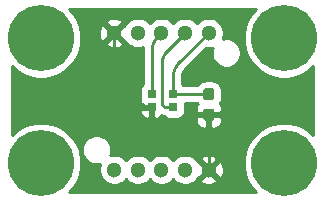
<source format=gtl>
%TF.GenerationSoftware,KiCad,Pcbnew,(5.1.10)-1*%
%TF.CreationDate,2021-09-16T22:13:13+09:00*%
%TF.ProjectId,EXTERNAL_LED_BOARD,45585445-524e-4414-9c5f-4c45445f424f,rev?*%
%TF.SameCoordinates,Original*%
%TF.FileFunction,Copper,L1,Top*%
%TF.FilePolarity,Positive*%
%FSLAX46Y46*%
G04 Gerber Fmt 4.6, Leading zero omitted, Abs format (unit mm)*
G04 Created by KiCad (PCBNEW (5.1.10)-1) date 2021-09-16 22:13:13*
%MOMM*%
%LPD*%
G01*
G04 APERTURE LIST*
%TA.AperFunction,SMDPad,CuDef*%
%ADD10R,0.700000X0.700000*%
%TD*%
%TA.AperFunction,ComponentPad*%
%ADD11C,1.300000*%
%TD*%
%TA.AperFunction,ConnectorPad*%
%ADD12C,5.600000*%
%TD*%
%TA.AperFunction,ComponentPad*%
%ADD13C,3.600000*%
%TD*%
%TA.AperFunction,Conductor*%
%ADD14C,0.250000*%
%TD*%
%TA.AperFunction,Conductor*%
%ADD15C,0.254000*%
%TD*%
%TA.AperFunction,Conductor*%
%ADD16C,0.100000*%
%TD*%
G04 APERTURE END LIST*
D10*
%TO.P,U1,2*%
%TO.N,GND*%
X133791000Y-99555500D03*
%TO.P,U1,1*%
%TO.N,/OUT*%
X133791000Y-98455500D03*
%TO.P,U1,4*%
%TO.N,+5V*%
X135621000Y-98455500D03*
%TO.P,U1,3*%
%TO.N,/IN*%
X135621000Y-99555500D03*
%TD*%
D11*
%TO.P,J2,1*%
%TO.N,+5V*%
X138620000Y-93281500D03*
%TO.P,J2,2*%
%TO.N,/IN*%
X136620000Y-93281500D03*
%TO.P,J2,3*%
%TO.N,/OUT*%
X134620000Y-93281500D03*
%TO.P,J2,4*%
%TO.N,Net-(J2-Pad4)*%
X132620000Y-93281500D03*
%TO.P,J2,5*%
%TO.N,GND*%
X130620000Y-93281500D03*
%TD*%
%TO.P,J1,1*%
%TO.N,+5V*%
X130620000Y-104863900D03*
%TO.P,J1,2*%
%TO.N,/IN*%
X132620000Y-104863900D03*
%TO.P,J1,3*%
%TO.N,/OUT*%
X134620000Y-104863900D03*
%TO.P,J1,4*%
%TO.N,Net-(J1-Pad4)*%
X136620000Y-104863900D03*
%TO.P,J1,5*%
%TO.N,GND*%
X138620000Y-104863900D03*
%TD*%
%TO.P,C1,2*%
%TO.N,GND*%
%TA.AperFunction,SMDPad,CuDef*%
G36*
G01*
X138383000Y-99688100D02*
X138858000Y-99688100D01*
G75*
G02*
X139095500Y-99925600I0J-237500D01*
G01*
X139095500Y-100500600D01*
G75*
G02*
X138858000Y-100738100I-237500J0D01*
G01*
X138383000Y-100738100D01*
G75*
G02*
X138145500Y-100500600I0J237500D01*
G01*
X138145500Y-99925600D01*
G75*
G02*
X138383000Y-99688100I237500J0D01*
G01*
G37*
%TD.AperFunction*%
%TO.P,C1,1*%
%TO.N,+5V*%
%TA.AperFunction,SMDPad,CuDef*%
G36*
G01*
X138383000Y-97938100D02*
X138858000Y-97938100D01*
G75*
G02*
X139095500Y-98175600I0J-237500D01*
G01*
X139095500Y-98750600D01*
G75*
G02*
X138858000Y-98988100I-237500J0D01*
G01*
X138383000Y-98988100D01*
G75*
G02*
X138145500Y-98750600I0J237500D01*
G01*
X138145500Y-98175600D01*
G75*
G02*
X138383000Y-97938100I237500J0D01*
G01*
G37*
%TD.AperFunction*%
%TD*%
D12*
%TO.P,H3,1*%
%TO.N,N/C*%
X124406000Y-104305500D03*
D13*
X124406000Y-104305500D03*
%TD*%
D12*
%TO.P,H4,1*%
%TO.N,N/C*%
X145006000Y-104305500D03*
D13*
X145006000Y-104305500D03*
%TD*%
D12*
%TO.P,H2,1*%
%TO.N,N/C*%
X145006000Y-93705501D03*
D13*
X145006000Y-93705501D03*
%TD*%
D12*
%TO.P,H1,1*%
%TO.N,N/C*%
X124406000Y-93705501D03*
D13*
X124406000Y-93705501D03*
%TD*%
D14*
%TO.N,GND*%
X138620500Y-104863400D02*
X138620000Y-104863900D01*
X138620500Y-100213100D02*
X138620500Y-104863400D01*
X130620000Y-95984500D02*
X130620000Y-93281500D01*
X130620000Y-95984500D02*
X130622907Y-96102959D01*
X130622907Y-96102959D02*
X130631624Y-96221134D01*
X130631624Y-96221134D02*
X130646129Y-96338738D01*
X130646129Y-96338738D02*
X130666387Y-96455489D01*
X130666387Y-96455489D02*
X130692349Y-96571105D01*
X130692349Y-96571105D02*
X130723954Y-96685309D01*
X130723954Y-96685309D02*
X130761124Y-96797823D01*
X130761124Y-96797823D02*
X130803770Y-96908379D01*
X130803770Y-96908379D02*
X130851789Y-97016708D01*
X130851789Y-97016708D02*
X130905066Y-97122552D01*
X130905066Y-97122552D02*
X130963472Y-97225653D01*
X130963472Y-97225653D02*
X131026867Y-97325764D01*
X131026867Y-97325764D02*
X131095098Y-97422644D01*
X131095098Y-97422644D02*
X131168000Y-97516060D01*
X131168000Y-97516060D02*
X131245398Y-97605786D01*
X131245398Y-97605786D02*
X131327106Y-97691606D01*
X133691000Y-99555500D02*
X133791000Y-99555500D01*
X133691000Y-99555500D02*
X133631770Y-99554045D01*
X133631770Y-99554045D02*
X133572682Y-99549687D01*
X133572682Y-99549687D02*
X133513880Y-99542434D01*
X133513880Y-99542434D02*
X133455504Y-99532305D01*
X133455504Y-99532305D02*
X133397696Y-99519324D01*
X133397696Y-99519324D02*
X133340595Y-99503522D01*
X133340595Y-99503522D02*
X133284337Y-99484937D01*
X133284337Y-99484937D02*
X133229059Y-99463614D01*
X133229059Y-99463614D02*
X133174894Y-99439604D01*
X133174894Y-99439604D02*
X133121973Y-99412966D01*
X133121973Y-99412966D02*
X133070422Y-99383763D01*
X133070422Y-99383763D02*
X133020366Y-99352065D01*
X133020366Y-99352065D02*
X132971926Y-99317950D01*
X132971926Y-99317950D02*
X132925218Y-99281499D01*
X132925218Y-99281499D02*
X132880355Y-99242800D01*
X132880355Y-99242800D02*
X132837446Y-99201946D01*
X132837446Y-99201946D02*
X131327106Y-97691606D01*
%TO.N,+5V*%
X138612900Y-98455500D02*
X138620500Y-98463100D01*
X135621000Y-98455500D02*
X138612900Y-98455500D01*
X135621000Y-96780500D02*
X135621000Y-98455500D01*
X135621000Y-96780500D02*
X135622453Y-96721270D01*
X135622453Y-96721270D02*
X135626812Y-96662182D01*
X135626812Y-96662182D02*
X135634064Y-96603380D01*
X135634064Y-96603380D02*
X135644193Y-96545004D01*
X135644193Y-96545004D02*
X135657175Y-96487196D01*
X135657175Y-96487196D02*
X135672977Y-96430095D01*
X135672977Y-96430095D02*
X135691562Y-96373837D01*
X135691562Y-96373837D02*
X135712885Y-96318559D01*
X135712885Y-96318559D02*
X135736894Y-96264394D01*
X135736894Y-96264394D02*
X135763533Y-96211473D01*
X135763533Y-96211473D02*
X135792736Y-96159922D01*
X135792736Y-96159922D02*
X135824433Y-96109866D01*
X135824433Y-96109866D02*
X135858548Y-96061426D01*
X135858548Y-96061426D02*
X135895000Y-96014718D01*
X135895000Y-96014718D02*
X135933699Y-95969855D01*
X135933699Y-95969855D02*
X135974553Y-95926946D01*
X135974553Y-95926946D02*
X138620000Y-93281500D01*
%TO.N,/IN*%
X134670800Y-99205300D02*
X134671163Y-99227528D01*
X134671163Y-99227528D02*
X134672257Y-99249028D01*
X134672257Y-99249028D02*
X134674078Y-99269800D01*
X134674078Y-99269800D02*
X134676629Y-99289842D01*
X134676629Y-99289842D02*
X134679910Y-99309156D01*
X134679910Y-99309156D02*
X134683917Y-99327741D01*
X134683917Y-99327741D02*
X134688655Y-99345597D01*
X134688655Y-99345597D02*
X134694121Y-99362724D01*
X134694121Y-99362724D02*
X134700316Y-99379123D01*
X134700316Y-99379123D02*
X134707240Y-99394793D01*
X134707240Y-99394793D02*
X134714892Y-99409733D01*
X134714892Y-99409733D02*
X134723274Y-99423946D01*
X134723274Y-99423946D02*
X134732384Y-99437429D01*
X134732384Y-99437429D02*
X134742223Y-99450183D01*
X134742223Y-99450183D02*
X134752791Y-99462210D01*
X134752791Y-99462210D02*
X134764088Y-99473506D01*
X134764088Y-99473506D02*
X134776114Y-99484075D01*
X134776114Y-99484075D02*
X134788868Y-99493913D01*
X134788868Y-99493913D02*
X134802351Y-99503023D01*
X134802351Y-99503023D02*
X134816564Y-99511404D01*
X134816564Y-99511404D02*
X134831504Y-99519058D01*
X134831504Y-99519058D02*
X134847173Y-99525982D01*
X134847173Y-99525982D02*
X134863572Y-99532176D01*
X134863572Y-99532176D02*
X134880700Y-99537642D01*
X134880700Y-99537642D02*
X134898556Y-99542380D01*
X134898556Y-99542380D02*
X134917141Y-99546388D01*
X134917141Y-99546388D02*
X134936455Y-99549668D01*
X134936455Y-99549668D02*
X134956497Y-99552219D01*
X134956497Y-99552219D02*
X134977269Y-99554041D01*
X134977269Y-99554041D02*
X134998770Y-99555135D01*
X134998770Y-99555135D02*
X135021000Y-99555500D01*
X135621000Y-99555500D02*
X135021000Y-99555500D01*
X135024353Y-94877146D02*
X136620000Y-93281500D01*
X135024353Y-94877146D02*
X134983499Y-94920055D01*
X134983499Y-94920055D02*
X134944800Y-94964918D01*
X134944800Y-94964918D02*
X134908348Y-95011626D01*
X134908348Y-95011626D02*
X134874233Y-95060066D01*
X134874233Y-95060066D02*
X134842536Y-95110122D01*
X134842536Y-95110122D02*
X134813333Y-95161673D01*
X134813333Y-95161673D02*
X134786694Y-95214594D01*
X134786694Y-95214594D02*
X134762685Y-95268759D01*
X134762685Y-95268759D02*
X134741362Y-95324037D01*
X134741362Y-95324037D02*
X134722777Y-95380295D01*
X134722777Y-95380295D02*
X134706975Y-95437396D01*
X134706975Y-95437396D02*
X134693993Y-95495204D01*
X134693993Y-95495204D02*
X134683864Y-95553580D01*
X134683864Y-95553580D02*
X134676612Y-95612382D01*
X134676612Y-95612382D02*
X134672253Y-95671470D01*
X134672253Y-95671470D02*
X134670800Y-95730700D01*
X134670800Y-95730700D02*
X134670800Y-99205300D01*
%TO.N,/OUT*%
X134498106Y-93403393D02*
X134620000Y-93281500D01*
X134498106Y-93403393D02*
X134416398Y-93489212D01*
X134416398Y-93489212D02*
X134339000Y-93578938D01*
X134339000Y-93578938D02*
X134266098Y-93672354D01*
X133819900Y-98426600D02*
X133791000Y-98455500D01*
X134173453Y-93728046D02*
X134620000Y-93281500D01*
X134173453Y-93728046D02*
X134132599Y-93770955D01*
X134132599Y-93770955D02*
X134093900Y-93815818D01*
X134093900Y-93815818D02*
X134057448Y-93862526D01*
X134057448Y-93862526D02*
X134023333Y-93910966D01*
X134023333Y-93910966D02*
X133991636Y-93961022D01*
X133991636Y-93961022D02*
X133962433Y-94012573D01*
X133962433Y-94012573D02*
X133935794Y-94065494D01*
X133935794Y-94065494D02*
X133911785Y-94119659D01*
X133911785Y-94119659D02*
X133890462Y-94174937D01*
X133890462Y-94174937D02*
X133871877Y-94231195D01*
X133871877Y-94231195D02*
X133856075Y-94288296D01*
X133856075Y-94288296D02*
X133843093Y-94346104D01*
X133843093Y-94346104D02*
X133832964Y-94404480D01*
X133832964Y-94404480D02*
X133825712Y-94463282D01*
X133825712Y-94463282D02*
X133821353Y-94522370D01*
X133821353Y-94522370D02*
X133819900Y-94581600D01*
X133819900Y-94581600D02*
X133819900Y-98426600D01*
%TD*%
D15*
%TO.N,GND*%
X142337862Y-91515816D02*
X141961943Y-92078419D01*
X141703006Y-92703549D01*
X141571000Y-93367183D01*
X141571000Y-94043819D01*
X141703006Y-94707453D01*
X141961943Y-95332583D01*
X142337862Y-95895186D01*
X142816315Y-96373639D01*
X143378918Y-96749558D01*
X144004048Y-97008495D01*
X144667682Y-97140501D01*
X145344318Y-97140501D01*
X146007952Y-97008495D01*
X146633082Y-96749558D01*
X147195685Y-96373639D01*
X147470999Y-96098325D01*
X147471001Y-101912678D01*
X147195685Y-101637362D01*
X146633082Y-101261443D01*
X146007952Y-101002506D01*
X145344318Y-100870500D01*
X144667682Y-100870500D01*
X144004048Y-101002506D01*
X143378918Y-101261443D01*
X142816315Y-101637362D01*
X142337862Y-102115815D01*
X141961943Y-102678418D01*
X141703006Y-103303548D01*
X141571000Y-103967182D01*
X141571000Y-104643818D01*
X141703006Y-105307452D01*
X141961943Y-105932582D01*
X142337862Y-106495185D01*
X142613177Y-106770500D01*
X126798823Y-106770500D01*
X127074138Y-106495185D01*
X127450057Y-105932582D01*
X127708994Y-105307452D01*
X127841000Y-104643818D01*
X127841000Y-103967182D01*
X127708994Y-103303548D01*
X127600767Y-103042263D01*
X127885000Y-103042263D01*
X127885000Y-103285537D01*
X127932460Y-103524136D01*
X128025557Y-103748892D01*
X128160713Y-103951167D01*
X128332733Y-104123187D01*
X128535008Y-104258343D01*
X128759764Y-104351440D01*
X128998363Y-104398900D01*
X129241637Y-104398900D01*
X129437905Y-104359860D01*
X129384381Y-104489079D01*
X129335000Y-104737339D01*
X129335000Y-104990461D01*
X129384381Y-105238721D01*
X129481247Y-105472576D01*
X129621875Y-105683040D01*
X129800860Y-105862025D01*
X130011324Y-106002653D01*
X130245179Y-106099519D01*
X130493439Y-106148900D01*
X130746561Y-106148900D01*
X130994821Y-106099519D01*
X131228676Y-106002653D01*
X131439140Y-105862025D01*
X131618125Y-105683040D01*
X131620000Y-105680234D01*
X131621875Y-105683040D01*
X131800860Y-105862025D01*
X132011324Y-106002653D01*
X132245179Y-106099519D01*
X132493439Y-106148900D01*
X132746561Y-106148900D01*
X132994821Y-106099519D01*
X133228676Y-106002653D01*
X133439140Y-105862025D01*
X133618125Y-105683040D01*
X133620000Y-105680234D01*
X133621875Y-105683040D01*
X133800860Y-105862025D01*
X134011324Y-106002653D01*
X134245179Y-106099519D01*
X134493439Y-106148900D01*
X134746561Y-106148900D01*
X134994821Y-106099519D01*
X135228676Y-106002653D01*
X135439140Y-105862025D01*
X135618125Y-105683040D01*
X135620000Y-105680234D01*
X135621875Y-105683040D01*
X135800860Y-105862025D01*
X136011324Y-106002653D01*
X136245179Y-106099519D01*
X136493439Y-106148900D01*
X136746561Y-106148900D01*
X136994821Y-106099519D01*
X137228676Y-106002653D01*
X137439140Y-105862025D01*
X137551738Y-105749427D01*
X137914078Y-105749427D01*
X137967466Y-105978101D01*
X138197374Y-106083995D01*
X138443524Y-106143002D01*
X138696455Y-106152852D01*
X138946449Y-106113170D01*
X139183896Y-106025478D01*
X139272534Y-105978101D01*
X139325922Y-105749427D01*
X138620000Y-105043505D01*
X137914078Y-105749427D01*
X137551738Y-105749427D01*
X137618125Y-105683040D01*
X137699267Y-105561603D01*
X137734473Y-105569822D01*
X138440395Y-104863900D01*
X138799605Y-104863900D01*
X139505527Y-105569822D01*
X139734201Y-105516434D01*
X139840095Y-105286526D01*
X139899102Y-105040376D01*
X139908952Y-104787445D01*
X139869270Y-104537451D01*
X139781578Y-104300004D01*
X139734201Y-104211366D01*
X139505527Y-104157978D01*
X138799605Y-104863900D01*
X138440395Y-104863900D01*
X137734473Y-104157978D01*
X137699267Y-104166197D01*
X137618125Y-104044760D01*
X137551738Y-103978373D01*
X137914078Y-103978373D01*
X138620000Y-104684295D01*
X139325922Y-103978373D01*
X139272534Y-103749699D01*
X139042626Y-103643805D01*
X138796476Y-103584798D01*
X138543545Y-103574948D01*
X138293551Y-103614630D01*
X138056104Y-103702322D01*
X137967466Y-103749699D01*
X137914078Y-103978373D01*
X137551738Y-103978373D01*
X137439140Y-103865775D01*
X137228676Y-103725147D01*
X136994821Y-103628281D01*
X136746561Y-103578900D01*
X136493439Y-103578900D01*
X136245179Y-103628281D01*
X136011324Y-103725147D01*
X135800860Y-103865775D01*
X135621875Y-104044760D01*
X135620000Y-104047566D01*
X135618125Y-104044760D01*
X135439140Y-103865775D01*
X135228676Y-103725147D01*
X134994821Y-103628281D01*
X134746561Y-103578900D01*
X134493439Y-103578900D01*
X134245179Y-103628281D01*
X134011324Y-103725147D01*
X133800860Y-103865775D01*
X133621875Y-104044760D01*
X133620000Y-104047566D01*
X133618125Y-104044760D01*
X133439140Y-103865775D01*
X133228676Y-103725147D01*
X132994821Y-103628281D01*
X132746561Y-103578900D01*
X132493439Y-103578900D01*
X132245179Y-103628281D01*
X132011324Y-103725147D01*
X131800860Y-103865775D01*
X131621875Y-104044760D01*
X131620000Y-104047566D01*
X131618125Y-104044760D01*
X131439140Y-103865775D01*
X131228676Y-103725147D01*
X130994821Y-103628281D01*
X130746561Y-103578900D01*
X130493439Y-103578900D01*
X130266128Y-103624114D01*
X130307540Y-103524136D01*
X130355000Y-103285537D01*
X130355000Y-103042263D01*
X130307540Y-102803664D01*
X130214443Y-102578908D01*
X130079287Y-102376633D01*
X129907267Y-102204613D01*
X129704992Y-102069457D01*
X129480236Y-101976360D01*
X129241637Y-101928900D01*
X128998363Y-101928900D01*
X128759764Y-101976360D01*
X128535008Y-102069457D01*
X128332733Y-102204613D01*
X128160713Y-102376633D01*
X128025557Y-102578908D01*
X127932460Y-102803664D01*
X127885000Y-103042263D01*
X127600767Y-103042263D01*
X127450057Y-102678418D01*
X127074138Y-102115815D01*
X126595685Y-101637362D01*
X126033082Y-101261443D01*
X125407952Y-101002506D01*
X124744318Y-100870500D01*
X124067682Y-100870500D01*
X123404048Y-101002506D01*
X122778918Y-101261443D01*
X122216315Y-101637362D01*
X121941000Y-101912677D01*
X121941000Y-100738100D01*
X137507428Y-100738100D01*
X137519688Y-100862582D01*
X137555998Y-100982280D01*
X137614963Y-101092594D01*
X137694315Y-101189285D01*
X137791006Y-101268637D01*
X137901320Y-101327602D01*
X138021018Y-101363912D01*
X138145500Y-101376172D01*
X138334750Y-101373100D01*
X138493500Y-101214350D01*
X138493500Y-100340100D01*
X138747500Y-100340100D01*
X138747500Y-101214350D01*
X138906250Y-101373100D01*
X139095500Y-101376172D01*
X139219982Y-101363912D01*
X139339680Y-101327602D01*
X139449994Y-101268637D01*
X139546685Y-101189285D01*
X139626037Y-101092594D01*
X139685002Y-100982280D01*
X139721312Y-100862582D01*
X139733572Y-100738100D01*
X139730500Y-100498850D01*
X139571750Y-100340100D01*
X138747500Y-100340100D01*
X138493500Y-100340100D01*
X137669250Y-100340100D01*
X137510500Y-100498850D01*
X137507428Y-100738100D01*
X121941000Y-100738100D01*
X121941000Y-99905500D01*
X132802928Y-99905500D01*
X132815188Y-100029982D01*
X132851498Y-100149680D01*
X132910463Y-100259994D01*
X132989815Y-100356685D01*
X133086506Y-100436037D01*
X133196820Y-100495002D01*
X133316518Y-100531312D01*
X133441000Y-100543572D01*
X133505250Y-100540500D01*
X133664000Y-100381750D01*
X133664000Y-99682500D01*
X132964750Y-99682500D01*
X132806000Y-99841250D01*
X132802928Y-99905500D01*
X121941000Y-99905500D01*
X121941000Y-96098324D01*
X122216315Y-96373639D01*
X122778918Y-96749558D01*
X123404048Y-97008495D01*
X124067682Y-97140501D01*
X124744318Y-97140501D01*
X125407952Y-97008495D01*
X126033082Y-96749558D01*
X126595685Y-96373639D01*
X127074138Y-95895186D01*
X127450057Y-95332583D01*
X127708994Y-94707453D01*
X127816492Y-94167027D01*
X129914078Y-94167027D01*
X129967466Y-94395701D01*
X130197374Y-94501595D01*
X130443524Y-94560602D01*
X130696455Y-94570452D01*
X130946449Y-94530770D01*
X131183896Y-94443078D01*
X131272534Y-94395701D01*
X131325922Y-94167027D01*
X130620000Y-93461105D01*
X129914078Y-94167027D01*
X127816492Y-94167027D01*
X127841000Y-94043819D01*
X127841000Y-93367183D01*
X127839165Y-93357955D01*
X129331048Y-93357955D01*
X129370730Y-93607949D01*
X129458422Y-93845396D01*
X129505799Y-93934034D01*
X129734473Y-93987422D01*
X130440395Y-93281500D01*
X130799605Y-93281500D01*
X131505527Y-93987422D01*
X131540733Y-93979203D01*
X131621875Y-94100640D01*
X131800860Y-94279625D01*
X132011324Y-94420253D01*
X132245179Y-94517119D01*
X132493439Y-94566500D01*
X132746561Y-94566500D01*
X132994821Y-94517119D01*
X133061719Y-94489409D01*
X133060666Y-94503688D01*
X133061125Y-94522384D01*
X133060816Y-94534965D01*
X133059900Y-94544268D01*
X133059900Y-94572318D01*
X133059214Y-94600283D01*
X133059900Y-94609581D01*
X133059901Y-97596797D01*
X132989815Y-97654315D01*
X132910463Y-97751006D01*
X132851498Y-97861320D01*
X132815188Y-97981018D01*
X132802928Y-98105500D01*
X132802928Y-98805500D01*
X132815188Y-98929982D01*
X132838096Y-99005500D01*
X132815188Y-99081018D01*
X132802928Y-99205500D01*
X132806000Y-99269750D01*
X132964750Y-99428500D01*
X133307248Y-99428500D01*
X133316518Y-99431312D01*
X133441000Y-99443572D01*
X133931428Y-99443572D01*
X133933448Y-99452942D01*
X133936897Y-99473244D01*
X133938000Y-99477286D01*
X133938000Y-99682500D01*
X133918000Y-99682500D01*
X133918000Y-100381750D01*
X134076750Y-100540500D01*
X134141000Y-100543572D01*
X134265482Y-100531312D01*
X134385180Y-100495002D01*
X134495494Y-100436037D01*
X134592185Y-100356685D01*
X134665845Y-100266930D01*
X134667579Y-100267390D01*
X134685210Y-100273017D01*
X134693866Y-100274869D01*
X134701846Y-100277430D01*
X134720899Y-100281539D01*
X134739724Y-100286534D01*
X134746728Y-100287673D01*
X134753090Y-100289409D01*
X134766468Y-100291681D01*
X134819815Y-100356685D01*
X134916506Y-100436037D01*
X135026820Y-100495002D01*
X135146518Y-100531312D01*
X135271000Y-100543572D01*
X135971000Y-100543572D01*
X136095482Y-100531312D01*
X136215180Y-100495002D01*
X136325494Y-100436037D01*
X136422185Y-100356685D01*
X136501537Y-100259994D01*
X136560502Y-100149680D01*
X136596812Y-100029982D01*
X136609072Y-99905500D01*
X136609072Y-99215500D01*
X137643474Y-99215500D01*
X137654988Y-99237042D01*
X137674599Y-99260939D01*
X137614963Y-99333606D01*
X137555998Y-99443920D01*
X137519688Y-99563618D01*
X137507428Y-99688100D01*
X137510500Y-99927350D01*
X137669250Y-100086100D01*
X138493500Y-100086100D01*
X138493500Y-100066100D01*
X138747500Y-100066100D01*
X138747500Y-100086100D01*
X139571750Y-100086100D01*
X139730500Y-99927350D01*
X139733572Y-99688100D01*
X139721312Y-99563618D01*
X139685002Y-99443920D01*
X139626037Y-99333606D01*
X139566401Y-99260939D01*
X139586012Y-99237042D01*
X139666923Y-99085667D01*
X139716748Y-98921416D01*
X139733572Y-98750600D01*
X139733572Y-98175600D01*
X139716748Y-98004784D01*
X139666923Y-97840533D01*
X139586012Y-97689158D01*
X139477123Y-97556477D01*
X139344442Y-97447588D01*
X139193067Y-97366677D01*
X139028816Y-97316852D01*
X138858000Y-97300028D01*
X138383000Y-97300028D01*
X138212184Y-97316852D01*
X138047933Y-97366677D01*
X137896558Y-97447588D01*
X137763877Y-97556477D01*
X137654988Y-97689158D01*
X137651598Y-97695500D01*
X136455985Y-97695500D01*
X136422185Y-97654315D01*
X136381000Y-97620515D01*
X136381000Y-96789784D01*
X136381765Y-96758579D01*
X136383381Y-96736686D01*
X136386064Y-96714931D01*
X136389813Y-96693322D01*
X136394620Y-96671917D01*
X136400468Y-96650785D01*
X136407356Y-96629936D01*
X136415240Y-96609495D01*
X136424135Y-96589429D01*
X136433996Y-96569839D01*
X136444803Y-96550762D01*
X136456544Y-96532219D01*
X136469170Y-96514293D01*
X136482662Y-96497005D01*
X136496988Y-96480397D01*
X136518549Y-96457751D01*
X138423678Y-94552624D01*
X138493439Y-94566500D01*
X138746561Y-94566500D01*
X138973872Y-94521286D01*
X138932460Y-94621264D01*
X138885000Y-94859863D01*
X138885000Y-95103137D01*
X138932460Y-95341736D01*
X139025557Y-95566492D01*
X139160713Y-95768767D01*
X139332733Y-95940787D01*
X139535008Y-96075943D01*
X139759764Y-96169040D01*
X139998363Y-96216500D01*
X140241637Y-96216500D01*
X140480236Y-96169040D01*
X140704992Y-96075943D01*
X140907267Y-95940787D01*
X141079287Y-95768767D01*
X141214443Y-95566492D01*
X141307540Y-95341736D01*
X141355000Y-95103137D01*
X141355000Y-94859863D01*
X141307540Y-94621264D01*
X141214443Y-94396508D01*
X141079287Y-94194233D01*
X140907267Y-94022213D01*
X140704992Y-93887057D01*
X140480236Y-93793960D01*
X140241637Y-93746500D01*
X139998363Y-93746500D01*
X139802095Y-93785540D01*
X139855619Y-93656321D01*
X139905000Y-93408061D01*
X139905000Y-93154939D01*
X139855619Y-92906679D01*
X139758753Y-92672824D01*
X139618125Y-92462360D01*
X139439140Y-92283375D01*
X139228676Y-92142747D01*
X138994821Y-92045881D01*
X138746561Y-91996500D01*
X138493439Y-91996500D01*
X138245179Y-92045881D01*
X138011324Y-92142747D01*
X137800860Y-92283375D01*
X137621875Y-92462360D01*
X137620000Y-92465166D01*
X137618125Y-92462360D01*
X137439140Y-92283375D01*
X137228676Y-92142747D01*
X136994821Y-92045881D01*
X136746561Y-91996500D01*
X136493439Y-91996500D01*
X136245179Y-92045881D01*
X136011324Y-92142747D01*
X135800860Y-92283375D01*
X135621875Y-92462360D01*
X135620000Y-92465166D01*
X135618125Y-92462360D01*
X135439140Y-92283375D01*
X135228676Y-92142747D01*
X134994821Y-92045881D01*
X134746561Y-91996500D01*
X134493439Y-91996500D01*
X134245179Y-92045881D01*
X134011324Y-92142747D01*
X133800860Y-92283375D01*
X133621875Y-92462360D01*
X133620000Y-92465166D01*
X133618125Y-92462360D01*
X133439140Y-92283375D01*
X133228676Y-92142747D01*
X132994821Y-92045881D01*
X132746561Y-91996500D01*
X132493439Y-91996500D01*
X132245179Y-92045881D01*
X132011324Y-92142747D01*
X131800860Y-92283375D01*
X131621875Y-92462360D01*
X131540733Y-92583797D01*
X131505527Y-92575578D01*
X130799605Y-93281500D01*
X130440395Y-93281500D01*
X129734473Y-92575578D01*
X129505799Y-92628966D01*
X129399905Y-92858874D01*
X129340898Y-93105024D01*
X129331048Y-93357955D01*
X127839165Y-93357955D01*
X127708994Y-92703549D01*
X127581593Y-92395973D01*
X129914078Y-92395973D01*
X130620000Y-93101895D01*
X131325922Y-92395973D01*
X131272534Y-92167299D01*
X131042626Y-92061405D01*
X130796476Y-92002398D01*
X130543545Y-91992548D01*
X130293551Y-92032230D01*
X130056104Y-92119922D01*
X129967466Y-92167299D01*
X129914078Y-92395973D01*
X127581593Y-92395973D01*
X127450057Y-92078419D01*
X127074138Y-91515816D01*
X126798823Y-91240501D01*
X142613177Y-91240501D01*
X142337862Y-91515816D01*
%TA.AperFunction,Conductor*%
D16*
G36*
X142337862Y-91515816D02*
G01*
X141961943Y-92078419D01*
X141703006Y-92703549D01*
X141571000Y-93367183D01*
X141571000Y-94043819D01*
X141703006Y-94707453D01*
X141961943Y-95332583D01*
X142337862Y-95895186D01*
X142816315Y-96373639D01*
X143378918Y-96749558D01*
X144004048Y-97008495D01*
X144667682Y-97140501D01*
X145344318Y-97140501D01*
X146007952Y-97008495D01*
X146633082Y-96749558D01*
X147195685Y-96373639D01*
X147470999Y-96098325D01*
X147471001Y-101912678D01*
X147195685Y-101637362D01*
X146633082Y-101261443D01*
X146007952Y-101002506D01*
X145344318Y-100870500D01*
X144667682Y-100870500D01*
X144004048Y-101002506D01*
X143378918Y-101261443D01*
X142816315Y-101637362D01*
X142337862Y-102115815D01*
X141961943Y-102678418D01*
X141703006Y-103303548D01*
X141571000Y-103967182D01*
X141571000Y-104643818D01*
X141703006Y-105307452D01*
X141961943Y-105932582D01*
X142337862Y-106495185D01*
X142613177Y-106770500D01*
X126798823Y-106770500D01*
X127074138Y-106495185D01*
X127450057Y-105932582D01*
X127708994Y-105307452D01*
X127841000Y-104643818D01*
X127841000Y-103967182D01*
X127708994Y-103303548D01*
X127600767Y-103042263D01*
X127885000Y-103042263D01*
X127885000Y-103285537D01*
X127932460Y-103524136D01*
X128025557Y-103748892D01*
X128160713Y-103951167D01*
X128332733Y-104123187D01*
X128535008Y-104258343D01*
X128759764Y-104351440D01*
X128998363Y-104398900D01*
X129241637Y-104398900D01*
X129437905Y-104359860D01*
X129384381Y-104489079D01*
X129335000Y-104737339D01*
X129335000Y-104990461D01*
X129384381Y-105238721D01*
X129481247Y-105472576D01*
X129621875Y-105683040D01*
X129800860Y-105862025D01*
X130011324Y-106002653D01*
X130245179Y-106099519D01*
X130493439Y-106148900D01*
X130746561Y-106148900D01*
X130994821Y-106099519D01*
X131228676Y-106002653D01*
X131439140Y-105862025D01*
X131618125Y-105683040D01*
X131620000Y-105680234D01*
X131621875Y-105683040D01*
X131800860Y-105862025D01*
X132011324Y-106002653D01*
X132245179Y-106099519D01*
X132493439Y-106148900D01*
X132746561Y-106148900D01*
X132994821Y-106099519D01*
X133228676Y-106002653D01*
X133439140Y-105862025D01*
X133618125Y-105683040D01*
X133620000Y-105680234D01*
X133621875Y-105683040D01*
X133800860Y-105862025D01*
X134011324Y-106002653D01*
X134245179Y-106099519D01*
X134493439Y-106148900D01*
X134746561Y-106148900D01*
X134994821Y-106099519D01*
X135228676Y-106002653D01*
X135439140Y-105862025D01*
X135618125Y-105683040D01*
X135620000Y-105680234D01*
X135621875Y-105683040D01*
X135800860Y-105862025D01*
X136011324Y-106002653D01*
X136245179Y-106099519D01*
X136493439Y-106148900D01*
X136746561Y-106148900D01*
X136994821Y-106099519D01*
X137228676Y-106002653D01*
X137439140Y-105862025D01*
X137551738Y-105749427D01*
X137914078Y-105749427D01*
X137967466Y-105978101D01*
X138197374Y-106083995D01*
X138443524Y-106143002D01*
X138696455Y-106152852D01*
X138946449Y-106113170D01*
X139183896Y-106025478D01*
X139272534Y-105978101D01*
X139325922Y-105749427D01*
X138620000Y-105043505D01*
X137914078Y-105749427D01*
X137551738Y-105749427D01*
X137618125Y-105683040D01*
X137699267Y-105561603D01*
X137734473Y-105569822D01*
X138440395Y-104863900D01*
X138799605Y-104863900D01*
X139505527Y-105569822D01*
X139734201Y-105516434D01*
X139840095Y-105286526D01*
X139899102Y-105040376D01*
X139908952Y-104787445D01*
X139869270Y-104537451D01*
X139781578Y-104300004D01*
X139734201Y-104211366D01*
X139505527Y-104157978D01*
X138799605Y-104863900D01*
X138440395Y-104863900D01*
X137734473Y-104157978D01*
X137699267Y-104166197D01*
X137618125Y-104044760D01*
X137551738Y-103978373D01*
X137914078Y-103978373D01*
X138620000Y-104684295D01*
X139325922Y-103978373D01*
X139272534Y-103749699D01*
X139042626Y-103643805D01*
X138796476Y-103584798D01*
X138543545Y-103574948D01*
X138293551Y-103614630D01*
X138056104Y-103702322D01*
X137967466Y-103749699D01*
X137914078Y-103978373D01*
X137551738Y-103978373D01*
X137439140Y-103865775D01*
X137228676Y-103725147D01*
X136994821Y-103628281D01*
X136746561Y-103578900D01*
X136493439Y-103578900D01*
X136245179Y-103628281D01*
X136011324Y-103725147D01*
X135800860Y-103865775D01*
X135621875Y-104044760D01*
X135620000Y-104047566D01*
X135618125Y-104044760D01*
X135439140Y-103865775D01*
X135228676Y-103725147D01*
X134994821Y-103628281D01*
X134746561Y-103578900D01*
X134493439Y-103578900D01*
X134245179Y-103628281D01*
X134011324Y-103725147D01*
X133800860Y-103865775D01*
X133621875Y-104044760D01*
X133620000Y-104047566D01*
X133618125Y-104044760D01*
X133439140Y-103865775D01*
X133228676Y-103725147D01*
X132994821Y-103628281D01*
X132746561Y-103578900D01*
X132493439Y-103578900D01*
X132245179Y-103628281D01*
X132011324Y-103725147D01*
X131800860Y-103865775D01*
X131621875Y-104044760D01*
X131620000Y-104047566D01*
X131618125Y-104044760D01*
X131439140Y-103865775D01*
X131228676Y-103725147D01*
X130994821Y-103628281D01*
X130746561Y-103578900D01*
X130493439Y-103578900D01*
X130266128Y-103624114D01*
X130307540Y-103524136D01*
X130355000Y-103285537D01*
X130355000Y-103042263D01*
X130307540Y-102803664D01*
X130214443Y-102578908D01*
X130079287Y-102376633D01*
X129907267Y-102204613D01*
X129704992Y-102069457D01*
X129480236Y-101976360D01*
X129241637Y-101928900D01*
X128998363Y-101928900D01*
X128759764Y-101976360D01*
X128535008Y-102069457D01*
X128332733Y-102204613D01*
X128160713Y-102376633D01*
X128025557Y-102578908D01*
X127932460Y-102803664D01*
X127885000Y-103042263D01*
X127600767Y-103042263D01*
X127450057Y-102678418D01*
X127074138Y-102115815D01*
X126595685Y-101637362D01*
X126033082Y-101261443D01*
X125407952Y-101002506D01*
X124744318Y-100870500D01*
X124067682Y-100870500D01*
X123404048Y-101002506D01*
X122778918Y-101261443D01*
X122216315Y-101637362D01*
X121941000Y-101912677D01*
X121941000Y-100738100D01*
X137507428Y-100738100D01*
X137519688Y-100862582D01*
X137555998Y-100982280D01*
X137614963Y-101092594D01*
X137694315Y-101189285D01*
X137791006Y-101268637D01*
X137901320Y-101327602D01*
X138021018Y-101363912D01*
X138145500Y-101376172D01*
X138334750Y-101373100D01*
X138493500Y-101214350D01*
X138493500Y-100340100D01*
X138747500Y-100340100D01*
X138747500Y-101214350D01*
X138906250Y-101373100D01*
X139095500Y-101376172D01*
X139219982Y-101363912D01*
X139339680Y-101327602D01*
X139449994Y-101268637D01*
X139546685Y-101189285D01*
X139626037Y-101092594D01*
X139685002Y-100982280D01*
X139721312Y-100862582D01*
X139733572Y-100738100D01*
X139730500Y-100498850D01*
X139571750Y-100340100D01*
X138747500Y-100340100D01*
X138493500Y-100340100D01*
X137669250Y-100340100D01*
X137510500Y-100498850D01*
X137507428Y-100738100D01*
X121941000Y-100738100D01*
X121941000Y-99905500D01*
X132802928Y-99905500D01*
X132815188Y-100029982D01*
X132851498Y-100149680D01*
X132910463Y-100259994D01*
X132989815Y-100356685D01*
X133086506Y-100436037D01*
X133196820Y-100495002D01*
X133316518Y-100531312D01*
X133441000Y-100543572D01*
X133505250Y-100540500D01*
X133664000Y-100381750D01*
X133664000Y-99682500D01*
X132964750Y-99682500D01*
X132806000Y-99841250D01*
X132802928Y-99905500D01*
X121941000Y-99905500D01*
X121941000Y-96098324D01*
X122216315Y-96373639D01*
X122778918Y-96749558D01*
X123404048Y-97008495D01*
X124067682Y-97140501D01*
X124744318Y-97140501D01*
X125407952Y-97008495D01*
X126033082Y-96749558D01*
X126595685Y-96373639D01*
X127074138Y-95895186D01*
X127450057Y-95332583D01*
X127708994Y-94707453D01*
X127816492Y-94167027D01*
X129914078Y-94167027D01*
X129967466Y-94395701D01*
X130197374Y-94501595D01*
X130443524Y-94560602D01*
X130696455Y-94570452D01*
X130946449Y-94530770D01*
X131183896Y-94443078D01*
X131272534Y-94395701D01*
X131325922Y-94167027D01*
X130620000Y-93461105D01*
X129914078Y-94167027D01*
X127816492Y-94167027D01*
X127841000Y-94043819D01*
X127841000Y-93367183D01*
X127839165Y-93357955D01*
X129331048Y-93357955D01*
X129370730Y-93607949D01*
X129458422Y-93845396D01*
X129505799Y-93934034D01*
X129734473Y-93987422D01*
X130440395Y-93281500D01*
X130799605Y-93281500D01*
X131505527Y-93987422D01*
X131540733Y-93979203D01*
X131621875Y-94100640D01*
X131800860Y-94279625D01*
X132011324Y-94420253D01*
X132245179Y-94517119D01*
X132493439Y-94566500D01*
X132746561Y-94566500D01*
X132994821Y-94517119D01*
X133061719Y-94489409D01*
X133060666Y-94503688D01*
X133061125Y-94522384D01*
X133060816Y-94534965D01*
X133059900Y-94544268D01*
X133059900Y-94572318D01*
X133059214Y-94600283D01*
X133059900Y-94609581D01*
X133059901Y-97596797D01*
X132989815Y-97654315D01*
X132910463Y-97751006D01*
X132851498Y-97861320D01*
X132815188Y-97981018D01*
X132802928Y-98105500D01*
X132802928Y-98805500D01*
X132815188Y-98929982D01*
X132838096Y-99005500D01*
X132815188Y-99081018D01*
X132802928Y-99205500D01*
X132806000Y-99269750D01*
X132964750Y-99428500D01*
X133307248Y-99428500D01*
X133316518Y-99431312D01*
X133441000Y-99443572D01*
X133931428Y-99443572D01*
X133933448Y-99452942D01*
X133936897Y-99473244D01*
X133938000Y-99477286D01*
X133938000Y-99682500D01*
X133918000Y-99682500D01*
X133918000Y-100381750D01*
X134076750Y-100540500D01*
X134141000Y-100543572D01*
X134265482Y-100531312D01*
X134385180Y-100495002D01*
X134495494Y-100436037D01*
X134592185Y-100356685D01*
X134665845Y-100266930D01*
X134667579Y-100267390D01*
X134685210Y-100273017D01*
X134693866Y-100274869D01*
X134701846Y-100277430D01*
X134720899Y-100281539D01*
X134739724Y-100286534D01*
X134746728Y-100287673D01*
X134753090Y-100289409D01*
X134766468Y-100291681D01*
X134819815Y-100356685D01*
X134916506Y-100436037D01*
X135026820Y-100495002D01*
X135146518Y-100531312D01*
X135271000Y-100543572D01*
X135971000Y-100543572D01*
X136095482Y-100531312D01*
X136215180Y-100495002D01*
X136325494Y-100436037D01*
X136422185Y-100356685D01*
X136501537Y-100259994D01*
X136560502Y-100149680D01*
X136596812Y-100029982D01*
X136609072Y-99905500D01*
X136609072Y-99215500D01*
X137643474Y-99215500D01*
X137654988Y-99237042D01*
X137674599Y-99260939D01*
X137614963Y-99333606D01*
X137555998Y-99443920D01*
X137519688Y-99563618D01*
X137507428Y-99688100D01*
X137510500Y-99927350D01*
X137669250Y-100086100D01*
X138493500Y-100086100D01*
X138493500Y-100066100D01*
X138747500Y-100066100D01*
X138747500Y-100086100D01*
X139571750Y-100086100D01*
X139730500Y-99927350D01*
X139733572Y-99688100D01*
X139721312Y-99563618D01*
X139685002Y-99443920D01*
X139626037Y-99333606D01*
X139566401Y-99260939D01*
X139586012Y-99237042D01*
X139666923Y-99085667D01*
X139716748Y-98921416D01*
X139733572Y-98750600D01*
X139733572Y-98175600D01*
X139716748Y-98004784D01*
X139666923Y-97840533D01*
X139586012Y-97689158D01*
X139477123Y-97556477D01*
X139344442Y-97447588D01*
X139193067Y-97366677D01*
X139028816Y-97316852D01*
X138858000Y-97300028D01*
X138383000Y-97300028D01*
X138212184Y-97316852D01*
X138047933Y-97366677D01*
X137896558Y-97447588D01*
X137763877Y-97556477D01*
X137654988Y-97689158D01*
X137651598Y-97695500D01*
X136455985Y-97695500D01*
X136422185Y-97654315D01*
X136381000Y-97620515D01*
X136381000Y-96789784D01*
X136381765Y-96758579D01*
X136383381Y-96736686D01*
X136386064Y-96714931D01*
X136389813Y-96693322D01*
X136394620Y-96671917D01*
X136400468Y-96650785D01*
X136407356Y-96629936D01*
X136415240Y-96609495D01*
X136424135Y-96589429D01*
X136433996Y-96569839D01*
X136444803Y-96550762D01*
X136456544Y-96532219D01*
X136469170Y-96514293D01*
X136482662Y-96497005D01*
X136496988Y-96480397D01*
X136518549Y-96457751D01*
X138423678Y-94552624D01*
X138493439Y-94566500D01*
X138746561Y-94566500D01*
X138973872Y-94521286D01*
X138932460Y-94621264D01*
X138885000Y-94859863D01*
X138885000Y-95103137D01*
X138932460Y-95341736D01*
X139025557Y-95566492D01*
X139160713Y-95768767D01*
X139332733Y-95940787D01*
X139535008Y-96075943D01*
X139759764Y-96169040D01*
X139998363Y-96216500D01*
X140241637Y-96216500D01*
X140480236Y-96169040D01*
X140704992Y-96075943D01*
X140907267Y-95940787D01*
X141079287Y-95768767D01*
X141214443Y-95566492D01*
X141307540Y-95341736D01*
X141355000Y-95103137D01*
X141355000Y-94859863D01*
X141307540Y-94621264D01*
X141214443Y-94396508D01*
X141079287Y-94194233D01*
X140907267Y-94022213D01*
X140704992Y-93887057D01*
X140480236Y-93793960D01*
X140241637Y-93746500D01*
X139998363Y-93746500D01*
X139802095Y-93785540D01*
X139855619Y-93656321D01*
X139905000Y-93408061D01*
X139905000Y-93154939D01*
X139855619Y-92906679D01*
X139758753Y-92672824D01*
X139618125Y-92462360D01*
X139439140Y-92283375D01*
X139228676Y-92142747D01*
X138994821Y-92045881D01*
X138746561Y-91996500D01*
X138493439Y-91996500D01*
X138245179Y-92045881D01*
X138011324Y-92142747D01*
X137800860Y-92283375D01*
X137621875Y-92462360D01*
X137620000Y-92465166D01*
X137618125Y-92462360D01*
X137439140Y-92283375D01*
X137228676Y-92142747D01*
X136994821Y-92045881D01*
X136746561Y-91996500D01*
X136493439Y-91996500D01*
X136245179Y-92045881D01*
X136011324Y-92142747D01*
X135800860Y-92283375D01*
X135621875Y-92462360D01*
X135620000Y-92465166D01*
X135618125Y-92462360D01*
X135439140Y-92283375D01*
X135228676Y-92142747D01*
X134994821Y-92045881D01*
X134746561Y-91996500D01*
X134493439Y-91996500D01*
X134245179Y-92045881D01*
X134011324Y-92142747D01*
X133800860Y-92283375D01*
X133621875Y-92462360D01*
X133620000Y-92465166D01*
X133618125Y-92462360D01*
X133439140Y-92283375D01*
X133228676Y-92142747D01*
X132994821Y-92045881D01*
X132746561Y-91996500D01*
X132493439Y-91996500D01*
X132245179Y-92045881D01*
X132011324Y-92142747D01*
X131800860Y-92283375D01*
X131621875Y-92462360D01*
X131540733Y-92583797D01*
X131505527Y-92575578D01*
X130799605Y-93281500D01*
X130440395Y-93281500D01*
X129734473Y-92575578D01*
X129505799Y-92628966D01*
X129399905Y-92858874D01*
X129340898Y-93105024D01*
X129331048Y-93357955D01*
X127839165Y-93357955D01*
X127708994Y-92703549D01*
X127581593Y-92395973D01*
X129914078Y-92395973D01*
X130620000Y-93101895D01*
X131325922Y-92395973D01*
X131272534Y-92167299D01*
X131042626Y-92061405D01*
X130796476Y-92002398D01*
X130543545Y-91992548D01*
X130293551Y-92032230D01*
X130056104Y-92119922D01*
X129967466Y-92167299D01*
X129914078Y-92395973D01*
X127581593Y-92395973D01*
X127450057Y-92078419D01*
X127074138Y-91515816D01*
X126798823Y-91240501D01*
X142613177Y-91240501D01*
X142337862Y-91515816D01*
G37*
%TD.AperFunction*%
%TD*%
M02*

</source>
